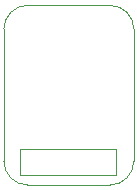
<source format=gbr>
%TF.GenerationSoftware,KiCad,Pcbnew,7.0.1*%
%TF.CreationDate,2023-06-15T11:30:52+02:00*%
%TF.ProjectId,USB-PCB-bridge,5553422d-5043-4422-9d62-72696467652e,rev?*%
%TF.SameCoordinates,Original*%
%TF.FileFunction,Profile,NP*%
%FSLAX46Y46*%
G04 Gerber Fmt 4.6, Leading zero omitted, Abs format (unit mm)*
G04 Created by KiCad (PCBNEW 7.0.1) date 2023-06-15 11:30:52*
%MOMM*%
%LPD*%
G01*
G04 APERTURE LIST*
%TA.AperFunction,Profile*%
%ADD10C,0.100000*%
%TD*%
%TA.AperFunction,Profile*%
%ADD11C,0.050000*%
%TD*%
G04 APERTURE END LIST*
D10*
X103000000Y-107500000D02*
X103000000Y-118700000D01*
X114000000Y-107500000D02*
X114000000Y-118700000D01*
X103000000Y-118700000D02*
G75*
G03*
X105000000Y-120700000I2000000J0D01*
G01*
X112000000Y-120700000D02*
G75*
G03*
X114000000Y-118700000I0J2000000D01*
G01*
X105000000Y-105500000D02*
G75*
G03*
X103000000Y-107500000I0J-2000000D01*
G01*
X112000000Y-120700000D02*
X105000000Y-120700000D01*
X114000000Y-107500000D02*
G75*
G03*
X112000000Y-105500000I-2000000J0D01*
G01*
X105000000Y-105500000D02*
X112000000Y-105500000D01*
D11*
%TO.C,J2*%
X112500000Y-117700000D02*
X104400000Y-117700000D01*
X104400000Y-117700000D02*
X104400000Y-119900000D01*
X104400000Y-119900000D02*
X112500000Y-119900000D01*
X112500000Y-119900000D02*
X112500000Y-117700000D01*
%TD*%
M02*

</source>
